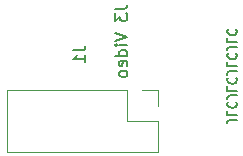
<source format=gbr>
%TF.GenerationSoftware,KiCad,Pcbnew,7.0.7*%
%TF.CreationDate,2023-09-15T23:53:17-05:00*%
%TF.ProjectId,composite-video-adapter,636f6d70-6f73-4697-9465-2d766964656f,rev?*%
%TF.SameCoordinates,Original*%
%TF.FileFunction,Legend,Bot*%
%TF.FilePolarity,Positive*%
%FSLAX46Y46*%
G04 Gerber Fmt 4.6, Leading zero omitted, Abs format (unit mm)*
G04 Created by KiCad (PCBNEW 7.0.7) date 2023-09-15 23:53:17*
%MOMM*%
%LPD*%
G01*
G04 APERTURE LIST*
%ADD10C,0.150000*%
%ADD11C,0.120000*%
G04 APERTURE END LIST*
D10*
X149343304Y-102911068D02*
X148771876Y-102911068D01*
X148771876Y-102911068D02*
X148657590Y-102949163D01*
X148657590Y-102949163D02*
X148581400Y-103025354D01*
X148581400Y-103025354D02*
X148543304Y-103139639D01*
X148543304Y-103139639D02*
X148543304Y-103215830D01*
X148543304Y-102149163D02*
X148543304Y-102530115D01*
X148543304Y-102530115D02*
X149343304Y-102530115D01*
X148619495Y-101425353D02*
X148581400Y-101463449D01*
X148581400Y-101463449D02*
X148543304Y-101577734D01*
X148543304Y-101577734D02*
X148543304Y-101653925D01*
X148543304Y-101653925D02*
X148581400Y-101768211D01*
X148581400Y-101768211D02*
X148657590Y-101844401D01*
X148657590Y-101844401D02*
X148733780Y-101882496D01*
X148733780Y-101882496D02*
X148886161Y-101920592D01*
X148886161Y-101920592D02*
X149000447Y-101920592D01*
X149000447Y-101920592D02*
X149152828Y-101882496D01*
X149152828Y-101882496D02*
X149229019Y-101844401D01*
X149229019Y-101844401D02*
X149305209Y-101768211D01*
X149305209Y-101768211D02*
X149343304Y-101653925D01*
X149343304Y-101653925D02*
X149343304Y-101577734D01*
X149343304Y-101577734D02*
X149305209Y-101463449D01*
X149305209Y-101463449D02*
X149267114Y-101425353D01*
X149343304Y-100853925D02*
X148771876Y-100853925D01*
X148771876Y-100853925D02*
X148657590Y-100892020D01*
X148657590Y-100892020D02*
X148581400Y-100968211D01*
X148581400Y-100968211D02*
X148543304Y-101082496D01*
X148543304Y-101082496D02*
X148543304Y-101158687D01*
X148543304Y-100092020D02*
X148543304Y-100472972D01*
X148543304Y-100472972D02*
X149343304Y-100472972D01*
X148619495Y-99368210D02*
X148581400Y-99406306D01*
X148581400Y-99406306D02*
X148543304Y-99520591D01*
X148543304Y-99520591D02*
X148543304Y-99596782D01*
X148543304Y-99596782D02*
X148581400Y-99711068D01*
X148581400Y-99711068D02*
X148657590Y-99787258D01*
X148657590Y-99787258D02*
X148733780Y-99825353D01*
X148733780Y-99825353D02*
X148886161Y-99863449D01*
X148886161Y-99863449D02*
X149000447Y-99863449D01*
X149000447Y-99863449D02*
X149152828Y-99825353D01*
X149152828Y-99825353D02*
X149229019Y-99787258D01*
X149229019Y-99787258D02*
X149305209Y-99711068D01*
X149305209Y-99711068D02*
X149343304Y-99596782D01*
X149343304Y-99596782D02*
X149343304Y-99520591D01*
X149343304Y-99520591D02*
X149305209Y-99406306D01*
X149305209Y-99406306D02*
X149267114Y-99368210D01*
X149343304Y-98796782D02*
X148771876Y-98796782D01*
X148771876Y-98796782D02*
X148657590Y-98834877D01*
X148657590Y-98834877D02*
X148581400Y-98911068D01*
X148581400Y-98911068D02*
X148543304Y-99025353D01*
X148543304Y-99025353D02*
X148543304Y-99101544D01*
X148543304Y-98034877D02*
X148543304Y-98415829D01*
X148543304Y-98415829D02*
X149343304Y-98415829D01*
X148619495Y-97311067D02*
X148581400Y-97349163D01*
X148581400Y-97349163D02*
X148543304Y-97463448D01*
X148543304Y-97463448D02*
X148543304Y-97539639D01*
X148543304Y-97539639D02*
X148581400Y-97653925D01*
X148581400Y-97653925D02*
X148657590Y-97730115D01*
X148657590Y-97730115D02*
X148733780Y-97768210D01*
X148733780Y-97768210D02*
X148886161Y-97806306D01*
X148886161Y-97806306D02*
X149000447Y-97806306D01*
X149000447Y-97806306D02*
X149152828Y-97768210D01*
X149152828Y-97768210D02*
X149229019Y-97730115D01*
X149229019Y-97730115D02*
X149305209Y-97653925D01*
X149305209Y-97653925D02*
X149343304Y-97539639D01*
X149343304Y-97539639D02*
X149343304Y-97463448D01*
X149343304Y-97463448D02*
X149305209Y-97349163D01*
X149305209Y-97349163D02*
X149267114Y-97311067D01*
X149343304Y-96739639D02*
X148771876Y-96739639D01*
X148771876Y-96739639D02*
X148657590Y-96777734D01*
X148657590Y-96777734D02*
X148581400Y-96853925D01*
X148581400Y-96853925D02*
X148543304Y-96968210D01*
X148543304Y-96968210D02*
X148543304Y-97044401D01*
X148543304Y-95977734D02*
X148543304Y-96358686D01*
X148543304Y-96358686D02*
X149343304Y-96358686D01*
X148619495Y-95253924D02*
X148581400Y-95292020D01*
X148581400Y-95292020D02*
X148543304Y-95406305D01*
X148543304Y-95406305D02*
X148543304Y-95482496D01*
X148543304Y-95482496D02*
X148581400Y-95596782D01*
X148581400Y-95596782D02*
X148657590Y-95672972D01*
X148657590Y-95672972D02*
X148733780Y-95711067D01*
X148733780Y-95711067D02*
X148886161Y-95749163D01*
X148886161Y-95749163D02*
X149000447Y-95749163D01*
X149000447Y-95749163D02*
X149152828Y-95711067D01*
X149152828Y-95711067D02*
X149229019Y-95672972D01*
X149229019Y-95672972D02*
X149305209Y-95596782D01*
X149305209Y-95596782D02*
X149343304Y-95482496D01*
X149343304Y-95482496D02*
X149343304Y-95406305D01*
X149343304Y-95406305D02*
X149305209Y-95292020D01*
X149305209Y-95292020D02*
X149267114Y-95253924D01*
X135497219Y-97050266D02*
X136211504Y-97050266D01*
X136211504Y-97050266D02*
X136354361Y-97002647D01*
X136354361Y-97002647D02*
X136449600Y-96907409D01*
X136449600Y-96907409D02*
X136497219Y-96764552D01*
X136497219Y-96764552D02*
X136497219Y-96669314D01*
X136497219Y-98050266D02*
X136497219Y-97478838D01*
X136497219Y-97764552D02*
X135497219Y-97764552D01*
X135497219Y-97764552D02*
X135640076Y-97669314D01*
X135640076Y-97669314D02*
X135735314Y-97574076D01*
X135735314Y-97574076D02*
X135782933Y-97478838D01*
X139053219Y-93551714D02*
X139767504Y-93551714D01*
X139767504Y-93551714D02*
X139910361Y-93504095D01*
X139910361Y-93504095D02*
X140005600Y-93408857D01*
X140005600Y-93408857D02*
X140053219Y-93266000D01*
X140053219Y-93266000D02*
X140053219Y-93170762D01*
X139053219Y-93932667D02*
X139053219Y-94551714D01*
X139053219Y-94551714D02*
X139434171Y-94218381D01*
X139434171Y-94218381D02*
X139434171Y-94361238D01*
X139434171Y-94361238D02*
X139481790Y-94456476D01*
X139481790Y-94456476D02*
X139529409Y-94504095D01*
X139529409Y-94504095D02*
X139624647Y-94551714D01*
X139624647Y-94551714D02*
X139862742Y-94551714D01*
X139862742Y-94551714D02*
X139957980Y-94504095D01*
X139957980Y-94504095D02*
X140005600Y-94456476D01*
X140005600Y-94456476D02*
X140053219Y-94361238D01*
X140053219Y-94361238D02*
X140053219Y-94075524D01*
X140053219Y-94075524D02*
X140005600Y-93980286D01*
X140005600Y-93980286D02*
X139957980Y-93932667D01*
X139053219Y-95599334D02*
X140053219Y-95932667D01*
X140053219Y-95932667D02*
X139053219Y-96266000D01*
X140053219Y-96599334D02*
X139386552Y-96599334D01*
X139053219Y-96599334D02*
X139100838Y-96551715D01*
X139100838Y-96551715D02*
X139148457Y-96599334D01*
X139148457Y-96599334D02*
X139100838Y-96646953D01*
X139100838Y-96646953D02*
X139053219Y-96599334D01*
X139053219Y-96599334D02*
X139148457Y-96599334D01*
X140053219Y-97504095D02*
X139053219Y-97504095D01*
X140005600Y-97504095D02*
X140053219Y-97408857D01*
X140053219Y-97408857D02*
X140053219Y-97218381D01*
X140053219Y-97218381D02*
X140005600Y-97123143D01*
X140005600Y-97123143D02*
X139957980Y-97075524D01*
X139957980Y-97075524D02*
X139862742Y-97027905D01*
X139862742Y-97027905D02*
X139577028Y-97027905D01*
X139577028Y-97027905D02*
X139481790Y-97075524D01*
X139481790Y-97075524D02*
X139434171Y-97123143D01*
X139434171Y-97123143D02*
X139386552Y-97218381D01*
X139386552Y-97218381D02*
X139386552Y-97408857D01*
X139386552Y-97408857D02*
X139434171Y-97504095D01*
X140005600Y-98361238D02*
X140053219Y-98266000D01*
X140053219Y-98266000D02*
X140053219Y-98075524D01*
X140053219Y-98075524D02*
X140005600Y-97980286D01*
X140005600Y-97980286D02*
X139910361Y-97932667D01*
X139910361Y-97932667D02*
X139529409Y-97932667D01*
X139529409Y-97932667D02*
X139434171Y-97980286D01*
X139434171Y-97980286D02*
X139386552Y-98075524D01*
X139386552Y-98075524D02*
X139386552Y-98266000D01*
X139386552Y-98266000D02*
X139434171Y-98361238D01*
X139434171Y-98361238D02*
X139529409Y-98408857D01*
X139529409Y-98408857D02*
X139624647Y-98408857D01*
X139624647Y-98408857D02*
X139719885Y-97932667D01*
X140053219Y-98980286D02*
X140005600Y-98885048D01*
X140005600Y-98885048D02*
X139957980Y-98837429D01*
X139957980Y-98837429D02*
X139862742Y-98789810D01*
X139862742Y-98789810D02*
X139577028Y-98789810D01*
X139577028Y-98789810D02*
X139481790Y-98837429D01*
X139481790Y-98837429D02*
X139434171Y-98885048D01*
X139434171Y-98885048D02*
X139386552Y-98980286D01*
X139386552Y-98980286D02*
X139386552Y-99123143D01*
X139386552Y-99123143D02*
X139434171Y-99218381D01*
X139434171Y-99218381D02*
X139481790Y-99266000D01*
X139481790Y-99266000D02*
X139577028Y-99313619D01*
X139577028Y-99313619D02*
X139862742Y-99313619D01*
X139862742Y-99313619D02*
X139957980Y-99266000D01*
X139957980Y-99266000D02*
X140005600Y-99218381D01*
X140005600Y-99218381D02*
X140053219Y-99123143D01*
X140053219Y-99123143D02*
X140053219Y-98980286D01*
D11*
%TO.C,J1*%
X129835600Y-105622400D02*
X129835600Y-100422400D01*
X142655600Y-105622400D02*
X129835600Y-105622400D01*
X142655600Y-105622400D02*
X142655600Y-103022400D01*
X140055600Y-103022400D02*
X140055600Y-100422400D01*
X142655600Y-103022400D02*
X140055600Y-103022400D01*
X142655600Y-101752400D02*
X142655600Y-100422400D01*
X140055600Y-100422400D02*
X129835600Y-100422400D01*
X142655600Y-100422400D02*
X141325600Y-100422400D01*
%TD*%
M02*

</source>
